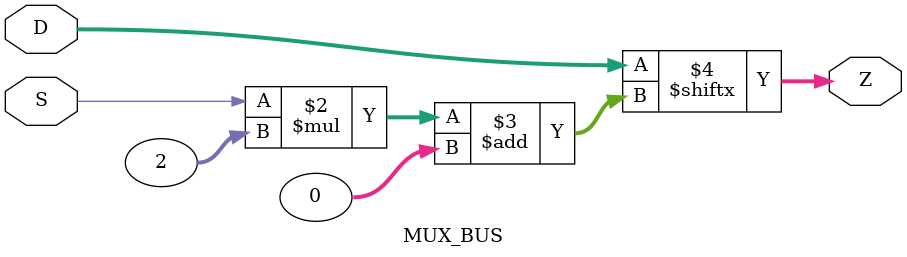
<source format=v>
`timescale 1ns / 1ps


module DEC #(
    parameter    N         =   2             ,
    localparam   MSB_IN    =   N-1           ,
    localparam   LSB_IN    =   0             ,
    localparam   MSB_OUT   =   2**N-1        ,
    localparam   LSB_OUT   =   0
    )(
    input    wire                       EN   ,
    input    wire   [MSB_IN:LSB_IN]     X    ,
    output   reg    [MSB_OUT:LSB_OUT]   Z
    );
    always @(*) begin
        // assign inactive value
        Z = 0;
        // if enabled, overwrite active bit
        if(EN) Z[X] = 1;
    end
endmodule


module PRI_ENC #(
    parameter    N         =   2             ,
    localparam   MSB_IN    =   N-1           ,
    localparam   LSB_IN    =   0             ,
    localparam   MSB_OUT   =   $clog2(N)-1   ,
    localparam   LSB_OUT   =   0
    )(
    input    wire   [MSB_IN:LSB_IN]     X     ,
    output   reg    [MSB_OUT:LSB_OUT]   Z     ,
    output   wire                       V  
    );
    integer IDX;
    // use reduction or to compare X to zero
    // input is valid unless X==0 
    assign V = |X; 
    always @(*) begin
        if (~V) Z = 0;
        else begin
            // find the most sig. high bit iteratively
            IDX = MSB_IN;
            while (X[IDX] == 0 && IDX > LSB_IN) 
                IDX = IDX - 1;
            // assign output
            Z = IDX;
        end
    end
endmodule


module MUX #(
    parameter    N        =   2               ,
    // channel control
    localparam   MSB_S    =   $clog2(N) - 1   ,
    localparam   LSB_S    =   0               ,
    // incoming data
    localparam   MSB_D    =   N - 1           ,
    localparam   LSB_D    =   0             
    )(
    input    wire   [MSB_S:LSB_S]   S   ,
    input    wire   [MSB_D:LSB_D]   D   ,
    output   reg                    Z
    );
    always @(*) begin
        Z = D[S];
    end
endmodule


module DEMUX #(
    parameter    N        =   2               ,
    // channel control
    localparam   MSB_S    =   $clog2(N) - 1   ,
    localparam   LSB_S    =   0               ,
    // outgoing data
    localparam   MSB_Z    =   N - 1           ,
    localparam   LSB_Z    =   0             
    )(
    input    wire   [MSB_S:LSB_S]   S   ,
    input    wire                   D   ,
    output   reg    [MSB_Z:LSB_Z]   Z   
    );
    always @(*) begin
        // assign inactive value
        Z = {N{1'bz}};
        // overwrite active bit
        Z[S] = D;
    end
endmodule


module MUX_BUS #(
    parameter N = 2,
    parameter W = 2,
    localparam SIZE_D = N * W,
    localparam SIZE_S = $clog2(N)
    )(
    input [SIZE_D-1:0] D,
    input [SIZE_S-1:0] S,
    output reg [W-1:0] Z
    );
    always @(*) begin
        Z = D[S*W+:W];
    end
endmodule

</source>
